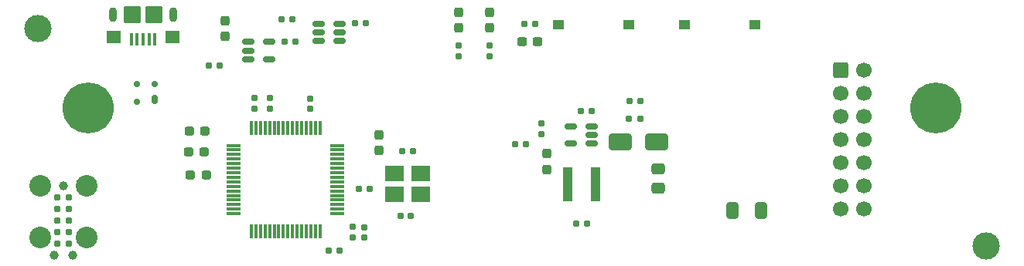
<source format=gbr>
%TF.GenerationSoftware,KiCad,Pcbnew,8.0.2*%
%TF.CreationDate,2024-05-22T10:06:01-07:00*%
%TF.ProjectId,USB_8769M,5553425f-3837-4363-994d-2e6b69636164,rev?*%
%TF.SameCoordinates,Original*%
%TF.FileFunction,Soldermask,Top*%
%TF.FilePolarity,Negative*%
%FSLAX46Y46*%
G04 Gerber Fmt 4.6, Leading zero omitted, Abs format (unit mm)*
G04 Created by KiCad (PCBNEW 8.0.2) date 2024-05-22 10:06:01*
%MOMM*%
%LPD*%
G01*
G04 APERTURE LIST*
G04 Aperture macros list*
%AMRoundRect*
0 Rectangle with rounded corners*
0 $1 Rounding radius*
0 $2 $3 $4 $5 $6 $7 $8 $9 X,Y pos of 4 corners*
0 Add a 4 corners polygon primitive as box body*
4,1,4,$2,$3,$4,$5,$6,$7,$8,$9,$2,$3,0*
0 Add four circle primitives for the rounded corners*
1,1,$1+$1,$2,$3*
1,1,$1+$1,$4,$5*
1,1,$1+$1,$6,$7*
1,1,$1+$1,$8,$9*
0 Add four rect primitives between the rounded corners*
20,1,$1+$1,$2,$3,$4,$5,0*
20,1,$1+$1,$4,$5,$6,$7,0*
20,1,$1+$1,$6,$7,$8,$9,0*
20,1,$1+$1,$8,$9,$2,$3,0*%
G04 Aperture macros list end*
%ADD10R,2.100000X1.800000*%
%ADD11RoundRect,0.250000X1.000000X0.650000X-1.000000X0.650000X-1.000000X-0.650000X1.000000X-0.650000X0*%
%ADD12RoundRect,0.160000X-0.197500X-0.160000X0.197500X-0.160000X0.197500X0.160000X-0.197500X0.160000X0*%
%ADD13RoundRect,0.155000X0.212500X0.155000X-0.212500X0.155000X-0.212500X-0.155000X0.212500X-0.155000X0*%
%ADD14RoundRect,0.160000X0.197500X0.160000X-0.197500X0.160000X-0.197500X-0.160000X0.197500X-0.160000X0*%
%ADD15RoundRect,0.155000X-0.155000X0.212500X-0.155000X-0.212500X0.155000X-0.212500X0.155000X0.212500X0*%
%ADD16RoundRect,0.237500X-0.300000X-0.237500X0.300000X-0.237500X0.300000X0.237500X-0.300000X0.237500X0*%
%ADD17RoundRect,0.160000X-0.160000X0.197500X-0.160000X-0.197500X0.160000X-0.197500X0.160000X0.197500X0*%
%ADD18C,3.600000*%
%ADD19C,5.600000*%
%ADD20RoundRect,0.155000X0.155000X-0.212500X0.155000X0.212500X-0.155000X0.212500X-0.155000X-0.212500X0*%
%ADD21C,2.374900*%
%ADD22C,0.990600*%
%ADD23C,0.787400*%
%ADD24RoundRect,0.250000X-0.600000X-0.600000X0.600000X-0.600000X0.600000X0.600000X-0.600000X0.600000X0*%
%ADD25C,1.700000*%
%ADD26RoundRect,0.150000X-0.512500X-0.150000X0.512500X-0.150000X0.512500X0.150000X-0.512500X0.150000X0*%
%ADD27RoundRect,0.250000X0.475000X-0.337500X0.475000X0.337500X-0.475000X0.337500X-0.475000X-0.337500X0*%
%ADD28RoundRect,0.150000X0.512500X0.150000X-0.512500X0.150000X-0.512500X-0.150000X0.512500X-0.150000X0*%
%ADD29RoundRect,0.237500X0.287500X0.237500X-0.287500X0.237500X-0.287500X-0.237500X0.287500X-0.237500X0*%
%ADD30C,3.000000*%
%ADD31RoundRect,0.160000X0.160000X-0.197500X0.160000X0.197500X-0.160000X0.197500X-0.160000X-0.197500X0*%
%ADD32RoundRect,0.237500X-0.237500X0.287500X-0.237500X-0.287500X0.237500X-0.287500X0.237500X0.287500X0*%
%ADD33RoundRect,0.155000X-0.212500X-0.155000X0.212500X-0.155000X0.212500X0.155000X-0.212500X0.155000X0*%
%ADD34R,1.100000X3.700000*%
%ADD35RoundRect,0.250000X-0.412500X-0.650000X0.412500X-0.650000X0.412500X0.650000X-0.412500X0.650000X0*%
%ADD36RoundRect,0.175000X0.175000X0.325000X-0.175000X0.325000X-0.175000X-0.325000X0.175000X-0.325000X0*%
%ADD37RoundRect,0.150000X0.200000X0.150000X-0.200000X0.150000X-0.200000X-0.150000X0.200000X-0.150000X0*%
%ADD38RoundRect,0.100000X0.100000X0.575000X-0.100000X0.575000X-0.100000X-0.575000X0.100000X-0.575000X0*%
%ADD39O,0.900000X1.600000*%
%ADD40RoundRect,0.250000X0.550000X0.450000X-0.550000X0.450000X-0.550000X-0.450000X0.550000X-0.450000X0*%
%ADD41RoundRect,0.250000X0.700000X0.700000X-0.700000X0.700000X-0.700000X-0.700000X0.700000X-0.700000X0*%
%ADD42RoundRect,0.237500X0.237500X-0.300000X0.237500X0.300000X-0.237500X0.300000X-0.237500X-0.300000X0*%
%ADD43RoundRect,0.075000X0.700000X0.075000X-0.700000X0.075000X-0.700000X-0.075000X0.700000X-0.075000X0*%
%ADD44RoundRect,0.075000X0.075000X0.700000X-0.075000X0.700000X-0.075000X-0.700000X0.075000X-0.700000X0*%
%ADD45RoundRect,0.237500X-0.237500X0.300000X-0.237500X-0.300000X0.237500X-0.300000X0.237500X0.300000X0*%
%ADD46R,1.250000X1.000000*%
G04 APERTURE END LIST*
D10*
%TO.C,Y1*%
X137000000Y-105700000D03*
X139900000Y-105700000D03*
X139900000Y-103400000D03*
X137000000Y-103400000D03*
%TD*%
D11*
%TO.C,D1*%
X165700000Y-100000000D03*
X161700000Y-100000000D03*
%TD*%
D12*
%TO.C,R4*%
X162705000Y-97400000D03*
X163900000Y-97400000D03*
%TD*%
D13*
%TO.C,C9*%
X130967500Y-111900000D03*
X129832500Y-111900000D03*
%TD*%
D14*
%TO.C,R2*%
X151397500Y-100200000D03*
X150202500Y-100200000D03*
%TD*%
D15*
%TO.C,C7*%
X133700000Y-109332500D03*
X133700000Y-110467500D03*
%TD*%
D16*
%TO.C,C14*%
X150937500Y-89000000D03*
X152662500Y-89000000D03*
%TD*%
D17*
%TO.C,R12*%
X123400000Y-95105000D03*
X123400000Y-96300000D03*
%TD*%
D18*
%TO.C,H1*%
X103500000Y-96200000D03*
D19*
X103500000Y-96200000D03*
%TD*%
D13*
%TO.C,C16*%
X139000000Y-101000000D03*
X137865000Y-101000000D03*
%TD*%
D20*
%TO.C,C12*%
X132400000Y-110435000D03*
X132400000Y-109300000D03*
%TD*%
D18*
%TO.C,H2*%
X196300000Y-96200000D03*
D19*
X196300000Y-96200000D03*
%TD*%
D21*
%TO.C,J2*%
X103305000Y-104760000D03*
D22*
X100765000Y-104760000D03*
D21*
X98225000Y-104760000D03*
X103305000Y-110475000D03*
X98225000Y-110475000D03*
D22*
X101781000Y-112380000D03*
X99749000Y-112380000D03*
D23*
X100130000Y-106030000D03*
X100130000Y-107300000D03*
X100130000Y-108570000D03*
X100130000Y-109840000D03*
X100130000Y-111110000D03*
X101400000Y-111110000D03*
X101400000Y-109840000D03*
X101400000Y-108570000D03*
X101400000Y-107300000D03*
X101400000Y-106030000D03*
%TD*%
D24*
%TO.C,J3*%
X185860000Y-92060000D03*
D25*
X188400000Y-92060000D03*
X185860000Y-94600000D03*
X188400000Y-94600000D03*
X185860000Y-97140000D03*
X188400000Y-97140000D03*
X185860000Y-99680000D03*
X188400000Y-99680000D03*
X185860000Y-102220000D03*
X188400000Y-102220000D03*
X185860000Y-104760000D03*
X188400000Y-104760000D03*
X185860000Y-107300000D03*
X188400000Y-107300000D03*
%TD*%
D26*
%TO.C,U4*%
X128725000Y-87000000D03*
X128725000Y-87950000D03*
X128725000Y-88900000D03*
X131000000Y-88900000D03*
X131000000Y-87950000D03*
X131000000Y-87000000D03*
%TD*%
D27*
%TO.C,C3*%
X165900000Y-105037500D03*
X165900000Y-102962500D03*
%TD*%
D26*
%TO.C,U2*%
X121025000Y-89000000D03*
X121025000Y-89950000D03*
X121025000Y-90900000D03*
X123300000Y-90900000D03*
X123300000Y-89000000D03*
%TD*%
D28*
%TO.C,U1*%
X158592500Y-100150000D03*
X158592500Y-99200000D03*
X158592500Y-98250000D03*
X156317500Y-98250000D03*
X156317500Y-100150000D03*
%TD*%
D29*
%TO.C,D6*%
X116200000Y-101100000D03*
X114450000Y-101100000D03*
%TD*%
D30*
%TO.C,FID2*%
X201800000Y-111400000D03*
%TD*%
D13*
%TO.C,C5*%
X125800000Y-86500000D03*
X124665000Y-86500000D03*
%TD*%
%TO.C,C18*%
X133867500Y-86900000D03*
X132732500Y-86900000D03*
%TD*%
D31*
%TO.C,R9*%
X147400000Y-90565000D03*
X147400000Y-89370000D03*
%TD*%
D32*
%TO.C,D4*%
X144000000Y-85725000D03*
X144000000Y-87475000D03*
%TD*%
D33*
%TO.C,C15*%
X137665000Y-108100000D03*
X138800000Y-108100000D03*
%TD*%
D12*
%TO.C,R5*%
X157405000Y-96600000D03*
X158600000Y-96600000D03*
%TD*%
D34*
%TO.C,L1*%
X156000000Y-104600000D03*
X159000000Y-104600000D03*
%TD*%
D12*
%TO.C,R6*%
X125005000Y-89000000D03*
X126200000Y-89000000D03*
%TD*%
D13*
%TO.C,C2*%
X163900000Y-95500000D03*
X162765000Y-95500000D03*
%TD*%
D12*
%TO.C,R1*%
X156900000Y-108900000D03*
X158095000Y-108900000D03*
%TD*%
D35*
%TO.C,C19*%
X173975000Y-107500000D03*
X177100000Y-107500000D03*
%TD*%
D36*
%TO.C,D2*%
X110800000Y-95350000D03*
D37*
X110800000Y-93650000D03*
X108800000Y-93650000D03*
X108800000Y-95550000D03*
%TD*%
D38*
%TO.C,J1*%
X110800000Y-88675000D03*
X110150000Y-88675000D03*
X109500000Y-88675000D03*
X108850000Y-88675000D03*
X108200000Y-88675000D03*
D39*
X112800000Y-86000000D03*
D40*
X112700000Y-88450000D03*
D41*
X110700000Y-86000000D03*
X108300000Y-86000000D03*
D40*
X106300000Y-88450000D03*
D39*
X106200000Y-86000000D03*
%TD*%
D42*
%TO.C,C1*%
X153700000Y-103000000D03*
X153700000Y-101275000D03*
%TD*%
D30*
%TO.C,FID1*%
X98000000Y-87500000D03*
%TD*%
D12*
%TO.C,R7*%
X116705000Y-91600000D03*
X117900000Y-91600000D03*
%TD*%
D20*
%TO.C,C8*%
X121700000Y-96300000D03*
X121700000Y-95165000D03*
%TD*%
D43*
%TO.C,U3*%
X130775000Y-107850000D03*
X130775000Y-107350000D03*
X130775000Y-106850000D03*
X130775000Y-106350000D03*
X130775000Y-105850000D03*
X130775000Y-105350000D03*
X130775000Y-104850000D03*
X130775000Y-104350000D03*
X130775000Y-103850000D03*
X130775000Y-103350000D03*
X130775000Y-102850000D03*
X130775000Y-102350000D03*
X130775000Y-101850000D03*
X130775000Y-101350000D03*
X130775000Y-100850000D03*
X130775000Y-100350000D03*
D44*
X128850000Y-98425000D03*
X128350000Y-98425000D03*
X127850000Y-98425000D03*
X127350000Y-98425000D03*
X126850000Y-98425000D03*
X126350000Y-98425000D03*
X125850000Y-98425000D03*
X125350000Y-98425000D03*
X124850000Y-98425000D03*
X124350000Y-98425000D03*
X123850000Y-98425000D03*
X123350000Y-98425000D03*
X122850000Y-98425000D03*
X122350000Y-98425000D03*
X121850000Y-98425000D03*
X121350000Y-98425000D03*
D43*
X119425000Y-100350000D03*
X119425000Y-100850000D03*
X119425000Y-101350000D03*
X119425000Y-101850000D03*
X119425000Y-102350000D03*
X119425000Y-102850000D03*
X119425000Y-103350000D03*
X119425000Y-103850000D03*
X119425000Y-104350000D03*
X119425000Y-104850000D03*
X119425000Y-105350000D03*
X119425000Y-105850000D03*
X119425000Y-106350000D03*
X119425000Y-106850000D03*
X119425000Y-107350000D03*
X119425000Y-107850000D03*
D44*
X121350000Y-109775000D03*
X121850000Y-109775000D03*
X122350000Y-109775000D03*
X122850000Y-109775000D03*
X123350000Y-109775000D03*
X123850000Y-109775000D03*
X124350000Y-109775000D03*
X124850000Y-109775000D03*
X125350000Y-109775000D03*
X125850000Y-109775000D03*
X126350000Y-109775000D03*
X126850000Y-109775000D03*
X127350000Y-109775000D03*
X127850000Y-109775000D03*
X128350000Y-109775000D03*
X128850000Y-109775000D03*
%TD*%
D31*
%TO.C,R13*%
X144000000Y-90595000D03*
X144000000Y-89400000D03*
%TD*%
D45*
%TO.C,C4*%
X118500000Y-86675000D03*
X118500000Y-88400000D03*
%TD*%
D14*
%TO.C,R11*%
X134297500Y-105100000D03*
X133102500Y-105100000D03*
%TD*%
D45*
%TO.C,FB1*%
X135300000Y-99175000D03*
X135300000Y-100900000D03*
%TD*%
D29*
%TO.C,D5*%
X116300000Y-98800000D03*
X114550000Y-98800000D03*
%TD*%
D32*
%TO.C,D3*%
X147400000Y-85725000D03*
X147400000Y-87475000D03*
%TD*%
D20*
%TO.C,C11*%
X127800000Y-96335000D03*
X127800000Y-95200000D03*
%TD*%
D17*
%TO.C,R3*%
X153100000Y-97902500D03*
X153100000Y-99097500D03*
%TD*%
D46*
%TO.C,SW2*%
X168725000Y-87100000D03*
X176475000Y-87100000D03*
%TD*%
D12*
%TO.C,R8*%
X151205000Y-87000000D03*
X152400000Y-87000000D03*
%TD*%
D46*
%TO.C,SW1*%
X154950000Y-87100000D03*
X162700000Y-87100000D03*
%TD*%
D29*
%TO.C,D7*%
X116400000Y-103600000D03*
X114650000Y-103600000D03*
%TD*%
M02*

</source>
